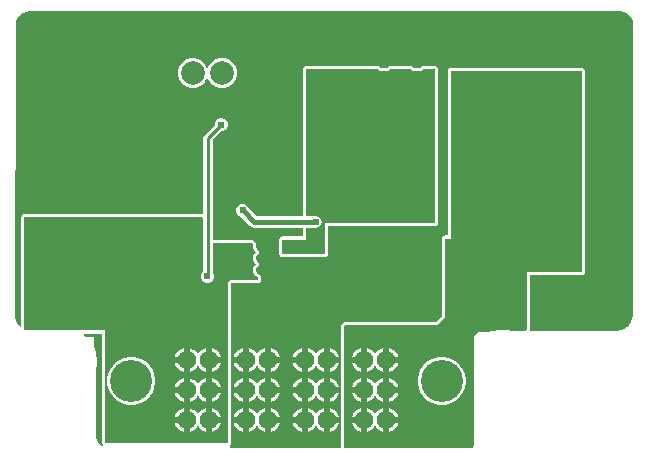
<source format=gbl>
G04*
G04 #@! TF.GenerationSoftware,Altium Limited,Altium Designer,23.5.1 (21)*
G04*
G04 Layer_Physical_Order=4*
G04 Layer_Color=16711680*
%FSLAX25Y25*%
%MOIN*%
G70*
G04*
G04 #@! TF.SameCoordinates,F2E7560B-A2D8-46DA-B2D3-C53C7B4DE586*
G04*
G04*
G04 #@! TF.FilePolarity,Positive*
G04*
G01*
G75*
%ADD13C,0.01000*%
%ADD44C,0.01800*%
%ADD46C,0.06142*%
%ADD47C,0.14016*%
%ADD48C,0.10000*%
%ADD49C,0.07874*%
%ADD50C,0.05000*%
%ADD51C,0.02400*%
%ADD52C,0.02800*%
G36*
X213900Y-155300D02*
X195400D01*
Y-174568D01*
X195046Y-174921D01*
X185203Y-174893D01*
X185150Y-174903D01*
X185097Y-174895D01*
X184570Y-174921D01*
X184423Y-174958D01*
X184272D01*
X183237Y-175164D01*
X183051Y-175241D01*
X182854Y-175280D01*
X182564Y-175400D01*
X179207D01*
X177832Y-176775D01*
Y-181569D01*
X177803Y-181688D01*
X177777Y-182216D01*
X177784Y-182268D01*
X177774Y-182320D01*
X177831Y-212947D01*
X177832Y-212954D01*
Y-213068D01*
X177790Y-213288D01*
X177706Y-213494D01*
X177584Y-213679D01*
X177427Y-213837D01*
X177243Y-213961D01*
X177038Y-214046D01*
X176821Y-214090D01*
X176714D01*
X134700Y-214001D01*
Y-181100D01*
X134509Y-173558D01*
X134858Y-173200D01*
X165700D01*
X168200Y-170700D01*
Y-144239D01*
X170100D01*
Y-88400D01*
X178166D01*
X178539Y-88500D01*
X179461D01*
X179834Y-88400D01*
X188166D01*
X188539Y-88500D01*
X189461D01*
X189834Y-88400D01*
X213900D01*
Y-155300D01*
D02*
G37*
G36*
X126573Y-68539D02*
X126574Y-68539D01*
X126575Y-68539D01*
X226461Y-68539D01*
X226900D01*
X227760Y-68711D01*
X228570Y-69046D01*
X229298Y-69533D01*
X229919Y-70153D01*
X230405Y-70882D01*
X230741Y-71692D01*
X230912Y-72552D01*
Y-72989D01*
X230882Y-169266D01*
X230882Y-169266D01*
X230882Y-169266D01*
Y-169832D01*
X230661Y-170941D01*
X230228Y-171986D01*
X229600Y-172927D01*
X228800Y-173726D01*
X227859Y-174355D01*
X226814Y-174788D01*
X225705Y-175008D01*
X225142D01*
X196829Y-174927D01*
X196425Y-174575D01*
X196420Y-174568D01*
Y-156320D01*
X213900D01*
X214290Y-156242D01*
X214621Y-156021D01*
X214842Y-155690D01*
X214920Y-155300D01*
Y-88400D01*
X214842Y-88010D01*
X214621Y-87679D01*
X214290Y-87458D01*
X213900Y-87380D01*
X189834D01*
X189703Y-87406D01*
X189570Y-87415D01*
X189327Y-87480D01*
X188673D01*
X188430Y-87415D01*
X188297Y-87406D01*
X188166Y-87380D01*
X179834D01*
X179703Y-87406D01*
X179570Y-87415D01*
X179326Y-87480D01*
X178674D01*
X178430Y-87415D01*
X178297Y-87406D01*
X178166Y-87380D01*
X170100D01*
X169710Y-87458D01*
X169379Y-87679D01*
X169158Y-88010D01*
X169080Y-88400D01*
Y-143220D01*
X168200D01*
X167810Y-143297D01*
X167479Y-143518D01*
X167258Y-143849D01*
X167180Y-144239D01*
Y-170278D01*
X165278Y-172180D01*
X134858D01*
X134852Y-172182D01*
X134845Y-172180D01*
X134657Y-172221D01*
X134468Y-172258D01*
X134462Y-172262D01*
X134456Y-172263D01*
X134297Y-172372D01*
X134137Y-172479D01*
X134134Y-172485D01*
X134128Y-172488D01*
X133779Y-172846D01*
X133775Y-172852D01*
X133770Y-172855D01*
X133667Y-173018D01*
X133562Y-173180D01*
X133561Y-173186D01*
X133557Y-173192D01*
X133525Y-173381D01*
X133490Y-173571D01*
X133491Y-173577D01*
X133490Y-173584D01*
X133680Y-181113D01*
Y-213645D01*
X133326Y-213999D01*
X96690Y-213921D01*
X96416Y-213458D01*
X96422Y-213421D01*
X96721Y-213221D01*
X96942Y-212890D01*
X97020Y-212500D01*
Y-159122D01*
X97022Y-159120D01*
X105800D01*
X106190Y-159042D01*
X106521Y-158821D01*
X106742Y-158490D01*
X106820Y-158100D01*
Y-157049D01*
X106742Y-156659D01*
X106521Y-156328D01*
X106190Y-156107D01*
X105859Y-155970D01*
X105471Y-155582D01*
X105261Y-155075D01*
Y-154525D01*
X105471Y-154018D01*
X105968Y-153521D01*
X106189Y-153190D01*
X106266Y-152800D01*
X106189Y-152410D01*
X105968Y-152079D01*
X105471Y-151582D01*
X105261Y-151075D01*
Y-150525D01*
X105471Y-150018D01*
X105968Y-149521D01*
X106189Y-149190D01*
X106266Y-148800D01*
X106189Y-148410D01*
X105968Y-148079D01*
X105471Y-147582D01*
X105261Y-147075D01*
Y-146331D01*
X105263Y-146316D01*
X105244Y-146218D01*
Y-146117D01*
X105206Y-146024D01*
X105186Y-145926D01*
X105130Y-145842D01*
X105092Y-145749D01*
X104814Y-145334D01*
X104743Y-145263D01*
X104687Y-145179D01*
X104604Y-145123D01*
X104532Y-145052D01*
X104440Y-145014D01*
X104356Y-144958D01*
X104258Y-144938D01*
X104165Y-144900D01*
X104065D01*
X103966Y-144880D01*
X90729D01*
Y-111334D01*
X93563Y-108500D01*
X94038D01*
X94846Y-108165D01*
X95465Y-107546D01*
X95800Y-106738D01*
Y-105862D01*
X95465Y-105054D01*
X94846Y-104435D01*
X94038Y-104100D01*
X93162D01*
X92354Y-104435D01*
X91735Y-105054D01*
X91400Y-105862D01*
Y-106337D01*
X88119Y-109619D01*
X87787Y-110115D01*
X87671Y-110700D01*
Y-135575D01*
X87319Y-135980D01*
X87315Y-135984D01*
X27998Y-136096D01*
X27804Y-136135D01*
X27610Y-136174D01*
X27609Y-136174D01*
X27608Y-136175D01*
X27445Y-136284D01*
X27279Y-136395D01*
X27279Y-136396D01*
X27278Y-136396D01*
X27168Y-136561D01*
X27058Y-136726D01*
X27058Y-136727D01*
X27057Y-136727D01*
X27019Y-136923D01*
X26980Y-137116D01*
Y-173372D01*
X26480Y-173580D01*
X26126Y-173225D01*
X25592Y-172426D01*
X25225Y-171539D01*
X25038Y-170597D01*
Y-170118D01*
X25074Y-73380D01*
X25074Y-73380D01*
X25074Y-73379D01*
Y-72892D01*
X25264Y-71938D01*
X25637Y-71038D01*
X26177Y-70229D01*
X26866Y-69541D01*
X27675Y-69000D01*
X28575Y-68627D01*
X29530Y-68437D01*
X30014D01*
X126573Y-68539D01*
D02*
G37*
G36*
X87671Y-137357D02*
Y-155118D01*
X87135Y-155654D01*
X86800Y-156462D01*
Y-157338D01*
X87135Y-158146D01*
X87754Y-158765D01*
X88562Y-159100D01*
X89438D01*
X90246Y-158765D01*
X90865Y-158146D01*
X91200Y-157338D01*
Y-156462D01*
X90865Y-155654D01*
X90729Y-155518D01*
Y-145900D01*
X103966D01*
X104244Y-146316D01*
X104241Y-146323D01*
Y-147277D01*
X104606Y-148160D01*
X105247Y-148800D01*
X104606Y-149441D01*
X104241Y-150323D01*
Y-151277D01*
X104606Y-152160D01*
X105247Y-152800D01*
X104606Y-153440D01*
X104241Y-154323D01*
Y-155277D01*
X104606Y-156159D01*
X105281Y-156835D01*
X105800Y-157049D01*
Y-158100D01*
X96600D01*
X96000Y-158700D01*
Y-212500D01*
X55200D01*
X54800Y-212100D01*
Y-174900D01*
X28968D01*
X28491Y-174805D01*
X28000Y-174602D01*
Y-137116D01*
X87317Y-137004D01*
X87671Y-137357D01*
D02*
G37*
G36*
X53780Y-212100D02*
X53858Y-212490D01*
X54079Y-212821D01*
X54257Y-212999D01*
X53974Y-213423D01*
X53964Y-213419D01*
X53365Y-213019D01*
X52856Y-212509D01*
X52455Y-211910D01*
X52180Y-211245D01*
X52039Y-210538D01*
Y-210177D01*
X52039Y-210177D01*
X52039Y-210177D01*
X52039Y-190220D01*
X52076Y-184290D01*
X52065Y-184233D01*
X52074Y-184177D01*
X52039Y-183458D01*
X52002Y-183312D01*
Y-183160D01*
X51722Y-181751D01*
X51645Y-181566D01*
X51606Y-181369D01*
X51100Y-180148D01*
Y-177000D01*
X48575D01*
X48491Y-176916D01*
X47748Y-176420D01*
X47900Y-175920D01*
X53780D01*
Y-212100D01*
D02*
G37*
%LPC*%
G36*
X147600Y-180754D02*
X147029Y-180907D01*
X146100Y-181442D01*
X145343Y-182200D01*
X145149Y-182535D01*
X144649D01*
X144456Y-182200D01*
X143698Y-181442D01*
X142770Y-180907D01*
X142198Y-180754D01*
Y-184700D01*
Y-188646D01*
X142770Y-188493D01*
X143698Y-187958D01*
X144456Y-187200D01*
X144649Y-186865D01*
X145149D01*
X145343Y-187200D01*
X146100Y-187958D01*
X147029Y-188493D01*
X147600Y-188646D01*
Y-184700D01*
Y-180754D01*
D02*
G37*
G36*
X149600D02*
Y-183700D01*
X152547D01*
X152393Y-183129D01*
X151857Y-182200D01*
X151100Y-181442D01*
X150171Y-180907D01*
X149600Y-180754D01*
D02*
G37*
G36*
X140198D02*
X139627Y-180907D01*
X138699Y-181442D01*
X137941Y-182200D01*
X137405Y-183129D01*
X137252Y-183700D01*
X140198D01*
Y-180754D01*
D02*
G37*
G36*
X152547Y-185700D02*
X149600D01*
Y-188646D01*
X150171Y-188493D01*
X151100Y-187958D01*
X151857Y-187200D01*
X152393Y-186271D01*
X152547Y-185700D01*
D02*
G37*
G36*
X140198D02*
X137252D01*
X137405Y-186271D01*
X137941Y-187200D01*
X138699Y-187958D01*
X139627Y-188493D01*
X140198Y-188646D01*
Y-185700D01*
D02*
G37*
G36*
X147600Y-190753D02*
X147029Y-190907D01*
X146100Y-191443D01*
X145343Y-192200D01*
X145149Y-192535D01*
X144649D01*
X144456Y-192200D01*
X143698Y-191443D01*
X142770Y-190907D01*
X142198Y-190753D01*
Y-194700D01*
Y-198646D01*
X142770Y-198493D01*
X143698Y-197958D01*
X144456Y-197200D01*
X144649Y-196865D01*
X145149D01*
X145343Y-197200D01*
X146100Y-197958D01*
X147029Y-198493D01*
X147600Y-198646D01*
Y-194700D01*
Y-190753D01*
D02*
G37*
G36*
X149600D02*
Y-193700D01*
X152547D01*
X152393Y-193129D01*
X151857Y-192200D01*
X151100Y-191443D01*
X150171Y-190907D01*
X149600Y-190753D01*
D02*
G37*
G36*
X140198D02*
X139627Y-190907D01*
X138699Y-191443D01*
X137941Y-192200D01*
X137405Y-193129D01*
X137252Y-193700D01*
X140198D01*
Y-190753D01*
D02*
G37*
G36*
X152547Y-195700D02*
X149600D01*
Y-198646D01*
X150171Y-198493D01*
X151100Y-197958D01*
X151857Y-197200D01*
X152393Y-196271D01*
X152547Y-195700D01*
D02*
G37*
G36*
X140198D02*
X137252D01*
X137405Y-196271D01*
X137941Y-197200D01*
X138699Y-197958D01*
X139627Y-198493D01*
X140198Y-198646D01*
Y-195700D01*
D02*
G37*
G36*
X167893Y-183700D02*
X166315D01*
X164768Y-184008D01*
X163311Y-184611D01*
X161999Y-185488D01*
X160884Y-186603D01*
X160007Y-187915D01*
X159404Y-189372D01*
X159096Y-190919D01*
Y-192497D01*
X159404Y-194044D01*
X160007Y-195501D01*
X160884Y-196813D01*
X161999Y-197928D01*
X163311Y-198804D01*
X164768Y-199408D01*
X166315Y-199716D01*
X167893D01*
X169440Y-199408D01*
X170897Y-198804D01*
X172209Y-197928D01*
X173324Y-196813D01*
X174200Y-195501D01*
X174804Y-194044D01*
X175112Y-192497D01*
Y-190919D01*
X174804Y-189372D01*
X174200Y-187915D01*
X173324Y-186603D01*
X172209Y-185488D01*
X170897Y-184611D01*
X169440Y-184008D01*
X167893Y-183700D01*
D02*
G37*
G36*
X147600Y-200753D02*
X147029Y-200907D01*
X146100Y-201443D01*
X145343Y-202200D01*
X145149Y-202535D01*
X144649D01*
X144456Y-202200D01*
X143698Y-201443D01*
X142770Y-200907D01*
X142198Y-200753D01*
Y-204700D01*
Y-208646D01*
X142770Y-208493D01*
X143698Y-207958D01*
X144456Y-207200D01*
X144649Y-206865D01*
X145149D01*
X145343Y-207200D01*
X146100Y-207958D01*
X147029Y-208493D01*
X147600Y-208646D01*
Y-204700D01*
Y-200753D01*
D02*
G37*
G36*
X149600D02*
Y-203700D01*
X152547D01*
X152393Y-203129D01*
X151857Y-202200D01*
X151100Y-201443D01*
X150171Y-200907D01*
X149600Y-200753D01*
D02*
G37*
G36*
X140198D02*
X139627Y-200907D01*
X138699Y-201443D01*
X137941Y-202200D01*
X137405Y-203129D01*
X137252Y-203700D01*
X140198D01*
Y-200753D01*
D02*
G37*
G36*
X152547Y-205700D02*
X149600D01*
Y-208646D01*
X150171Y-208493D01*
X151100Y-207958D01*
X151857Y-207200D01*
X152393Y-206271D01*
X152547Y-205700D01*
D02*
G37*
G36*
X140198D02*
X137252D01*
X137405Y-206271D01*
X137941Y-207200D01*
X138699Y-207958D01*
X139627Y-208493D01*
X140198Y-208646D01*
Y-205700D01*
D02*
G37*
G36*
X164759Y-86780D02*
X161150D01*
X161081Y-86794D01*
X161016Y-86790D01*
X160894Y-86831D01*
X160760Y-86858D01*
X160702Y-86896D01*
X160639Y-86918D01*
X159957Y-87311D01*
X159327Y-87480D01*
X158674D01*
X158043Y-87311D01*
X157361Y-86918D01*
X157298Y-86896D01*
X157240Y-86858D01*
X157106Y-86831D01*
X156984Y-86790D01*
X156919Y-86794D01*
X156850Y-86780D01*
X150150D01*
X150081Y-86794D01*
X150016Y-86790D01*
X149894Y-86831D01*
X149760Y-86858D01*
X149702Y-86896D01*
X149639Y-86918D01*
X148957Y-87311D01*
X148327Y-87480D01*
X147673D01*
X147043Y-87311D01*
X146361Y-86918D01*
X146298Y-86896D01*
X146240Y-86858D01*
X146106Y-86831D01*
X145984Y-86790D01*
X145919Y-86794D01*
X145850Y-86780D01*
X121865D01*
X121475Y-86858D01*
X121144Y-87079D01*
X120923Y-87410D01*
X120845Y-87800D01*
Y-136763D01*
X105402D01*
X102928Y-134288D01*
X102665Y-133654D01*
X102046Y-133035D01*
X101238Y-132700D01*
X100362D01*
X99554Y-133035D01*
X98935Y-133654D01*
X98600Y-134462D01*
Y-135338D01*
X98935Y-136146D01*
X99554Y-136765D01*
X100188Y-137028D01*
X103230Y-140070D01*
X103859Y-140490D01*
X104600Y-140637D01*
X120845D01*
Y-143561D01*
X114000D01*
X113610Y-143638D01*
X113279Y-143859D01*
X113058Y-144190D01*
X112980Y-144580D01*
Y-149475D01*
X113058Y-149865D01*
X113279Y-150196D01*
X113610Y-150417D01*
X114000Y-150495D01*
X128300Y-150495D01*
X128690Y-150417D01*
X129021Y-150196D01*
X129242Y-149865D01*
X129320Y-149475D01*
X129320Y-140120D01*
X164800D01*
X165190Y-140042D01*
X165521Y-139821D01*
X165742Y-139490D01*
X165820Y-139100D01*
Y-130438D01*
Y-129562D01*
Y-119438D01*
Y-118562D01*
Y-109438D01*
Y-108562D01*
Y-98438D01*
Y-97562D01*
Y-87900D01*
X165742Y-87510D01*
X165742Y-87510D01*
X165700Y-87410D01*
X165480Y-87079D01*
X165480Y-87079D01*
X165356Y-86997D01*
X165149Y-86858D01*
X165069Y-86842D01*
X164759Y-86780D01*
D02*
G37*
G36*
X94607Y-84063D02*
X93308D01*
X92052Y-84399D01*
X90926Y-85049D01*
X90007Y-85969D01*
X89357Y-87094D01*
X89286Y-87358D01*
X88786D01*
X88715Y-87094D01*
X88065Y-85969D01*
X87146Y-85049D01*
X86021Y-84399D01*
X84765Y-84063D01*
X83465D01*
X82209Y-84399D01*
X81084Y-85049D01*
X80164Y-85969D01*
X79514Y-87094D01*
X79178Y-88350D01*
Y-89650D01*
X79514Y-90906D01*
X80164Y-92031D01*
X81084Y-92951D01*
X82209Y-93601D01*
X83465Y-93937D01*
X84765D01*
X86021Y-93601D01*
X87146Y-92951D01*
X88065Y-92031D01*
X88715Y-90906D01*
X88786Y-90642D01*
X89286D01*
X89357Y-90906D01*
X90007Y-92031D01*
X90926Y-92951D01*
X92052Y-93601D01*
X93308Y-93937D01*
X94607D01*
X95863Y-93601D01*
X96989Y-92951D01*
X97908Y-92031D01*
X98558Y-90906D01*
X98895Y-89650D01*
Y-88350D01*
X98558Y-87094D01*
X97908Y-85969D01*
X96989Y-85049D01*
X95863Y-84399D01*
X94607Y-84063D01*
D02*
G37*
G36*
X127915Y-180754D02*
X127344Y-180907D01*
X126415Y-181442D01*
X125657Y-182200D01*
X125464Y-182535D01*
X124964D01*
X124771Y-182200D01*
X124013Y-181442D01*
X123085Y-180907D01*
X122513Y-180754D01*
Y-184700D01*
Y-188646D01*
X123085Y-188493D01*
X124013Y-187958D01*
X124771Y-187200D01*
X124964Y-186865D01*
X125464D01*
X125657Y-187200D01*
X126415Y-187958D01*
X127344Y-188493D01*
X127915Y-188646D01*
Y-184700D01*
Y-180754D01*
D02*
G37*
G36*
X108230D02*
X107659Y-180907D01*
X106730Y-181442D01*
X105972Y-182200D01*
X105779Y-182535D01*
X105279D01*
X105086Y-182200D01*
X104328Y-181442D01*
X103400Y-180907D01*
X102828Y-180754D01*
Y-184700D01*
Y-188646D01*
X103400Y-188493D01*
X104328Y-187958D01*
X105086Y-187200D01*
X105279Y-186865D01*
X105779D01*
X105972Y-187200D01*
X106730Y-187958D01*
X107659Y-188493D01*
X108230Y-188646D01*
Y-184700D01*
Y-180754D01*
D02*
G37*
G36*
X129915D02*
Y-183700D01*
X132861D01*
X132708Y-183129D01*
X132173Y-182200D01*
X131414Y-181442D01*
X130486Y-180907D01*
X129915Y-180754D01*
D02*
G37*
G36*
X120513D02*
X119942Y-180907D01*
X119014Y-181442D01*
X118256Y-182200D01*
X117720Y-183129D01*
X117567Y-183700D01*
X120513D01*
Y-180754D01*
D02*
G37*
G36*
X110230D02*
Y-183700D01*
X113176D01*
X113023Y-183129D01*
X112487Y-182200D01*
X111730Y-181442D01*
X110801Y-180907D01*
X110230Y-180754D01*
D02*
G37*
G36*
X100828D02*
X100257Y-180907D01*
X99329Y-181442D01*
X98571Y-182200D01*
X98035Y-183129D01*
X97882Y-183700D01*
X100828D01*
Y-180754D01*
D02*
G37*
G36*
X132861Y-185700D02*
X129915D01*
Y-188646D01*
X130486Y-188493D01*
X131414Y-187958D01*
X132173Y-187200D01*
X132708Y-186271D01*
X132861Y-185700D01*
D02*
G37*
G36*
X120513D02*
X117567D01*
X117720Y-186271D01*
X118256Y-187200D01*
X119014Y-187958D01*
X119942Y-188493D01*
X120513Y-188646D01*
Y-185700D01*
D02*
G37*
G36*
X113176D02*
X110230D01*
Y-188646D01*
X110801Y-188493D01*
X111730Y-187958D01*
X112487Y-187200D01*
X113023Y-186271D01*
X113176Y-185700D01*
D02*
G37*
G36*
X100828D02*
X97882D01*
X98035Y-186271D01*
X98571Y-187200D01*
X99329Y-187958D01*
X100257Y-188493D01*
X100828Y-188646D01*
Y-185700D01*
D02*
G37*
G36*
X127915Y-190753D02*
X127344Y-190907D01*
X126415Y-191443D01*
X125657Y-192200D01*
X125464Y-192535D01*
X124964D01*
X124771Y-192200D01*
X124013Y-191443D01*
X123085Y-190907D01*
X122513Y-190753D01*
Y-194700D01*
Y-198646D01*
X123085Y-198493D01*
X124013Y-197958D01*
X124771Y-197200D01*
X124964Y-196865D01*
X125464D01*
X125657Y-197200D01*
X126415Y-197958D01*
X127344Y-198493D01*
X127915Y-198646D01*
Y-194700D01*
Y-190753D01*
D02*
G37*
G36*
X108230D02*
X107659Y-190907D01*
X106730Y-191443D01*
X105972Y-192200D01*
X105779Y-192535D01*
X105279D01*
X105086Y-192200D01*
X104328Y-191443D01*
X103400Y-190907D01*
X102828Y-190753D01*
Y-194700D01*
Y-198646D01*
X103400Y-198493D01*
X104328Y-197958D01*
X105086Y-197200D01*
X105279Y-196865D01*
X105779D01*
X105972Y-197200D01*
X106730Y-197958D01*
X107659Y-198493D01*
X108230Y-198646D01*
Y-194700D01*
Y-190753D01*
D02*
G37*
G36*
X129915D02*
Y-193700D01*
X132861D01*
X132708Y-193129D01*
X132173Y-192200D01*
X131414Y-191443D01*
X130486Y-190907D01*
X129915Y-190753D01*
D02*
G37*
G36*
X120513D02*
X119942Y-190907D01*
X119014Y-191443D01*
X118256Y-192200D01*
X117720Y-193129D01*
X117567Y-193700D01*
X120513D01*
Y-190753D01*
D02*
G37*
G36*
X110230D02*
Y-193700D01*
X113176D01*
X113023Y-193129D01*
X112487Y-192200D01*
X111730Y-191443D01*
X110801Y-190907D01*
X110230Y-190753D01*
D02*
G37*
G36*
X100828D02*
X100257Y-190907D01*
X99329Y-191443D01*
X98571Y-192200D01*
X98035Y-193129D01*
X97882Y-193700D01*
X100828D01*
Y-190753D01*
D02*
G37*
G36*
X132861Y-195700D02*
X129915D01*
Y-198646D01*
X130486Y-198493D01*
X131414Y-197958D01*
X132173Y-197200D01*
X132708Y-196271D01*
X132861Y-195700D01*
D02*
G37*
G36*
X120513D02*
X117567D01*
X117720Y-196271D01*
X118256Y-197200D01*
X119014Y-197958D01*
X119942Y-198493D01*
X120513Y-198646D01*
Y-195700D01*
D02*
G37*
G36*
X113176D02*
X110230D01*
Y-198646D01*
X110801Y-198493D01*
X111730Y-197958D01*
X112487Y-197200D01*
X113023Y-196271D01*
X113176Y-195700D01*
D02*
G37*
G36*
X100828D02*
X97882D01*
X98035Y-196271D01*
X98571Y-197200D01*
X99329Y-197958D01*
X100257Y-198493D01*
X100828Y-198646D01*
Y-195700D01*
D02*
G37*
G36*
X127915Y-200753D02*
X127344Y-200907D01*
X126415Y-201443D01*
X125657Y-202200D01*
X125464Y-202535D01*
X124964D01*
X124771Y-202200D01*
X124013Y-201443D01*
X123085Y-200907D01*
X122513Y-200753D01*
Y-204700D01*
Y-208646D01*
X123085Y-208493D01*
X124013Y-207958D01*
X124771Y-207200D01*
X124964Y-206865D01*
X125464D01*
X125657Y-207200D01*
X126415Y-207958D01*
X127344Y-208493D01*
X127915Y-208646D01*
Y-204700D01*
Y-200753D01*
D02*
G37*
G36*
X108230D02*
X107659Y-200907D01*
X106730Y-201443D01*
X105972Y-202200D01*
X105779Y-202535D01*
X105279D01*
X105086Y-202200D01*
X104328Y-201443D01*
X103400Y-200907D01*
X102828Y-200753D01*
Y-204700D01*
Y-208646D01*
X103400Y-208493D01*
X104328Y-207958D01*
X105086Y-207200D01*
X105279Y-206865D01*
X105779D01*
X105972Y-207200D01*
X106730Y-207958D01*
X107659Y-208493D01*
X108230Y-208646D01*
Y-204700D01*
Y-200753D01*
D02*
G37*
G36*
X129915D02*
Y-203700D01*
X132861D01*
X132708Y-203129D01*
X132173Y-202200D01*
X131414Y-201443D01*
X130486Y-200907D01*
X129915Y-200753D01*
D02*
G37*
G36*
X120513D02*
X119942Y-200907D01*
X119014Y-201443D01*
X118256Y-202200D01*
X117720Y-203129D01*
X117567Y-203700D01*
X120513D01*
Y-200753D01*
D02*
G37*
G36*
X110230D02*
Y-203700D01*
X113176D01*
X113023Y-203129D01*
X112487Y-202200D01*
X111730Y-201443D01*
X110801Y-200907D01*
X110230Y-200753D01*
D02*
G37*
G36*
X100828D02*
X100257Y-200907D01*
X99329Y-201443D01*
X98571Y-202200D01*
X98035Y-203129D01*
X97882Y-203700D01*
X100828D01*
Y-200753D01*
D02*
G37*
G36*
X132861Y-205700D02*
X129915D01*
Y-208646D01*
X130486Y-208493D01*
X131414Y-207958D01*
X132173Y-207200D01*
X132708Y-206271D01*
X132861Y-205700D01*
D02*
G37*
G36*
X120513D02*
X117567D01*
X117720Y-206271D01*
X118256Y-207200D01*
X119014Y-207958D01*
X119942Y-208493D01*
X120513Y-208646D01*
Y-205700D01*
D02*
G37*
G36*
X113176D02*
X110230D01*
Y-208646D01*
X110801Y-208493D01*
X111730Y-207958D01*
X112487Y-207200D01*
X113023Y-206271D01*
X113176Y-205700D01*
D02*
G37*
G36*
X100828D02*
X97882D01*
X98035Y-206271D01*
X98571Y-207200D01*
X99329Y-207958D01*
X100257Y-208493D01*
X100828Y-208646D01*
Y-205700D01*
D02*
G37*
%LPD*%
G36*
X164800Y-87900D02*
Y-97562D01*
Y-98438D01*
Y-108562D01*
Y-109438D01*
Y-118562D01*
Y-119438D01*
Y-129562D01*
Y-130438D01*
Y-139100D01*
X128300D01*
X128300Y-149475D01*
X114000Y-149475D01*
Y-144580D01*
X121865D01*
Y-140637D01*
X125238D01*
X125979Y-140490D01*
X126607Y-140070D01*
X127027Y-139441D01*
X127175Y-138700D01*
X127027Y-137959D01*
X126607Y-137330D01*
X125979Y-136910D01*
X125238Y-136763D01*
X121865D01*
Y-87800D01*
X145850D01*
X145851Y-87801D01*
X146649Y-88261D01*
X147539Y-88500D01*
X148461D01*
X149351Y-88261D01*
X150149Y-87801D01*
X150150Y-87800D01*
X156850D01*
X156851Y-87801D01*
X157649Y-88261D01*
X158539Y-88500D01*
X159461D01*
X160351Y-88261D01*
X161149Y-87801D01*
X161150Y-87800D01*
X164759D01*
X164800Y-87900D01*
D02*
G37*
%LPC*%
G36*
X88545Y-180754D02*
X87974Y-180907D01*
X87045Y-181442D01*
X86287Y-182200D01*
X86094Y-182535D01*
X85594D01*
X85401Y-182200D01*
X84643Y-181442D01*
X83715Y-180907D01*
X83143Y-180754D01*
Y-184700D01*
Y-188646D01*
X83715Y-188493D01*
X84643Y-187958D01*
X85401Y-187200D01*
X85594Y-186865D01*
X86094D01*
X86287Y-187200D01*
X87045Y-187958D01*
X87974Y-188493D01*
X88545Y-188646D01*
Y-184700D01*
Y-180754D01*
D02*
G37*
G36*
X90545D02*
Y-183700D01*
X93491D01*
X93338Y-183129D01*
X92802Y-182200D01*
X92044Y-181442D01*
X91116Y-180907D01*
X90545Y-180754D01*
D02*
G37*
G36*
X81143D02*
X80572Y-180907D01*
X79644Y-181442D01*
X78886Y-182200D01*
X78350Y-183129D01*
X78197Y-183700D01*
X81143D01*
Y-180754D01*
D02*
G37*
G36*
X93491Y-185700D02*
X90545D01*
Y-188646D01*
X91116Y-188493D01*
X92044Y-187958D01*
X92802Y-187200D01*
X93338Y-186271D01*
X93491Y-185700D01*
D02*
G37*
G36*
X81143D02*
X78197D01*
X78350Y-186271D01*
X78886Y-187200D01*
X79644Y-187958D01*
X80572Y-188493D01*
X81143Y-188646D01*
Y-185700D01*
D02*
G37*
G36*
X88545Y-190753D02*
X87974Y-190907D01*
X87045Y-191443D01*
X86287Y-192200D01*
X86094Y-192535D01*
X85594D01*
X85401Y-192200D01*
X84643Y-191443D01*
X83715Y-190907D01*
X83143Y-190753D01*
Y-194700D01*
Y-198646D01*
X83715Y-198493D01*
X84643Y-197958D01*
X85401Y-197200D01*
X85594Y-196865D01*
X86094D01*
X86287Y-197200D01*
X87045Y-197958D01*
X87974Y-198493D01*
X88545Y-198646D01*
Y-194700D01*
Y-190753D01*
D02*
G37*
G36*
X90545D02*
Y-193700D01*
X93491D01*
X93338Y-193129D01*
X92802Y-192200D01*
X92044Y-191443D01*
X91116Y-190907D01*
X90545Y-190753D01*
D02*
G37*
G36*
X81143D02*
X80572Y-190907D01*
X79644Y-191443D01*
X78886Y-192200D01*
X78350Y-193129D01*
X78197Y-193700D01*
X81143D01*
Y-190753D01*
D02*
G37*
G36*
X93491Y-195700D02*
X90545D01*
Y-198646D01*
X91116Y-198493D01*
X92044Y-197958D01*
X92802Y-197200D01*
X93338Y-196271D01*
X93491Y-195700D01*
D02*
G37*
G36*
X81143D02*
X78197D01*
X78350Y-196271D01*
X78886Y-197200D01*
X79644Y-197958D01*
X80572Y-198493D01*
X81143Y-198646D01*
Y-195700D01*
D02*
G37*
G36*
X64428Y-183700D02*
X62851D01*
X61304Y-184008D01*
X59846Y-184611D01*
X58535Y-185488D01*
X57419Y-186603D01*
X56543Y-187915D01*
X55939Y-189372D01*
X55632Y-190919D01*
Y-192497D01*
X55939Y-194044D01*
X56543Y-195501D01*
X57419Y-196813D01*
X58535Y-197928D01*
X59846Y-198804D01*
X61304Y-199408D01*
X62851Y-199716D01*
X64428D01*
X65975Y-199408D01*
X67432Y-198804D01*
X68744Y-197928D01*
X69859Y-196813D01*
X70736Y-195501D01*
X71339Y-194044D01*
X71647Y-192497D01*
Y-190919D01*
X71339Y-189372D01*
X70736Y-187915D01*
X69859Y-186603D01*
X68744Y-185488D01*
X67432Y-184611D01*
X65975Y-184008D01*
X64428Y-183700D01*
D02*
G37*
G36*
X88545Y-200753D02*
X87974Y-200907D01*
X87045Y-201443D01*
X86287Y-202200D01*
X86094Y-202535D01*
X85594D01*
X85401Y-202200D01*
X84643Y-201443D01*
X83715Y-200907D01*
X83143Y-200753D01*
Y-204700D01*
Y-208646D01*
X83715Y-208493D01*
X84643Y-207958D01*
X85401Y-207200D01*
X85594Y-206865D01*
X86094D01*
X86287Y-207200D01*
X87045Y-207958D01*
X87974Y-208493D01*
X88545Y-208646D01*
Y-204700D01*
Y-200753D01*
D02*
G37*
G36*
X90545D02*
Y-203700D01*
X93491D01*
X93338Y-203129D01*
X92802Y-202200D01*
X92044Y-201443D01*
X91116Y-200907D01*
X90545Y-200753D01*
D02*
G37*
G36*
X81143D02*
X80572Y-200907D01*
X79644Y-201443D01*
X78886Y-202200D01*
X78350Y-203129D01*
X78197Y-203700D01*
X81143D01*
Y-200753D01*
D02*
G37*
G36*
X93491Y-205700D02*
X90545D01*
Y-208646D01*
X91116Y-208493D01*
X92044Y-207958D01*
X92802Y-207200D01*
X93338Y-206271D01*
X93491Y-205700D01*
D02*
G37*
G36*
X81143D02*
X78197D01*
X78350Y-206271D01*
X78886Y-207200D01*
X79644Y-207958D01*
X80572Y-208493D01*
X81143Y-208646D01*
Y-205700D01*
D02*
G37*
%LPD*%
D13*
X89200Y-156900D02*
Y-110700D01*
X93600Y-106300D01*
D44*
X100800Y-134900D02*
X104600Y-138700D01*
X125238D01*
D46*
X101828Y-184700D02*
D03*
X109230D02*
D03*
X101828Y-194700D02*
D03*
X109230D02*
D03*
X101828Y-204700D02*
D03*
X109230D02*
D03*
X121513Y-184700D02*
D03*
X128915D02*
D03*
X121513Y-194700D02*
D03*
X128915D02*
D03*
X121513Y-204700D02*
D03*
X128915D02*
D03*
X141198Y-184700D02*
D03*
X148600D02*
D03*
X141198Y-194700D02*
D03*
X148600D02*
D03*
X141198Y-204700D02*
D03*
X148600D02*
D03*
X82143Y-184700D02*
D03*
X89545D02*
D03*
X82143Y-194700D02*
D03*
X89545D02*
D03*
X82143Y-204700D02*
D03*
X89545D02*
D03*
D47*
X63639Y-191708D02*
D03*
X167104D02*
D03*
D48*
X44300Y-168500D02*
D03*
X186300Y-144600D02*
D03*
X104700Y-110900D02*
D03*
D49*
X103800Y-89000D02*
D03*
X93958D02*
D03*
X84115D02*
D03*
D50*
X221000Y-76300D02*
D03*
X210100Y-75500D02*
D03*
X199300Y-75800D02*
D03*
X136600Y-94700D02*
D03*
X191600Y-170600D02*
D03*
X202500Y-170400D02*
D03*
X223200Y-170300D02*
D03*
X213900Y-170600D02*
D03*
X85200Y-118000D02*
D03*
X31500Y-153300D02*
D03*
X78000Y-154000D02*
D03*
X44700Y-154100D02*
D03*
X118000Y-211000D02*
D03*
X111000D02*
D03*
X184900Y-165200D02*
D03*
X175800Y-149900D02*
D03*
X201000Y-102000D02*
D03*
X157000Y-184000D02*
D03*
X201000Y-136000D02*
D03*
Y-125000D02*
D03*
X191700Y-153400D02*
D03*
X143000Y-177000D02*
D03*
X161000D02*
D03*
X172000Y-175000D02*
D03*
X174000Y-203000D02*
D03*
X168000Y-209000D02*
D03*
X159000D02*
D03*
X186000Y-134000D02*
D03*
X174000D02*
D03*
X185000Y-93000D02*
D03*
X174000D02*
D03*
Y-107000D02*
D03*
Y-123000D02*
D03*
X138000Y-135000D02*
D03*
X149000Y-98000D02*
D03*
X157000Y-97000D02*
D03*
X144328Y-127935D02*
D03*
X158000Y-125000D02*
D03*
X127700Y-113600D02*
D03*
X128000Y-106000D02*
D03*
X117000Y-109000D02*
D03*
X100354Y-121540D02*
D03*
X104000Y-128000D02*
D03*
X131000Y-81000D02*
D03*
X189000Y-85000D02*
D03*
X179000D02*
D03*
X168000D02*
D03*
X159000D02*
D03*
X148000D02*
D03*
X112000Y-97000D02*
D03*
X116947Y-87402D02*
D03*
X110000Y-81000D02*
D03*
X71000Y-118000D02*
D03*
X77000Y-108000D02*
D03*
X67000Y-94000D02*
D03*
X55000D02*
D03*
X43000D02*
D03*
X67000Y-82000D02*
D03*
X55000D02*
D03*
X128500Y-94500D02*
D03*
X43000Y-82000D02*
D03*
X73000Y-185500D02*
D03*
X72500Y-205500D02*
D03*
X61000Y-205000D02*
D03*
X87500Y-166200D02*
D03*
X61700Y-154300D02*
D03*
X34400Y-165900D02*
D03*
X70300Y-166100D02*
D03*
X53600Y-166000D02*
D03*
D51*
X100800Y-134900D02*
D03*
X89000Y-156900D02*
D03*
X125238Y-138700D02*
D03*
X167000Y-130000D02*
D03*
Y-119000D02*
D03*
Y-109000D02*
D03*
Y-98000D02*
D03*
X93600Y-106300D02*
D03*
D52*
X106641Y-146800D02*
D03*
X111531D02*
D03*
X106641Y-150800D02*
D03*
X111531D02*
D03*
X106641Y-154800D02*
D03*
X111531D02*
D03*
M02*

</source>
